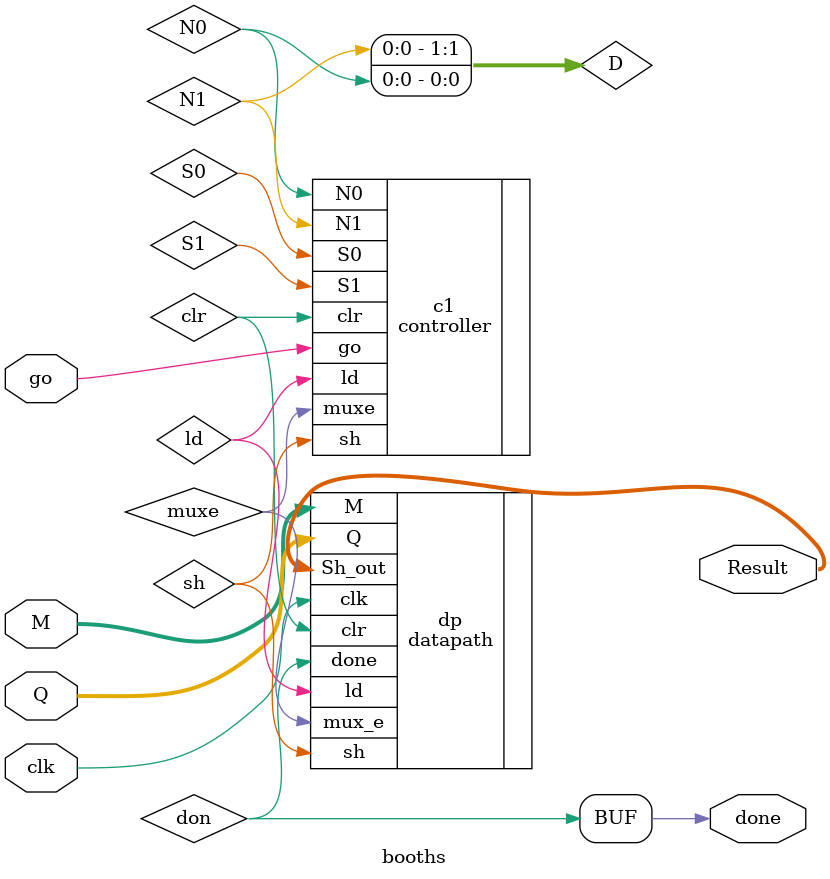
<source format=v>
module booths(
					input go,
					input [7:0]M,
					input [7:0]Q,
					input clk,
					output done,
					output [16:0]Result);
					
wire [1:0]D;
reg [1:0]Qreg;
wire N0,N1,S0,S1;
wire don,muxe, ld, sh,clr;
assign D[0] = N0;
assign D[1] = N1;

controller c1(.go(go),.S1(S1),.S0(S0),.muxe(muxe),.ld(ld),.sh(sh),.N0(N0),.N1(N1),.clr(clr));
datapath   dp(.Q(Q),.M(M),.mux_e(muxe),.clr(clr),.clk(clk),.ld(ld),.sh(sh),.done(don),.Sh_out(Result));

always @ (posedge clk )
	begin
	if(~don)
		Qreg <= D;
	else
		Qreg <=0;
	end
	



assign done=don;
endmodule
</source>
